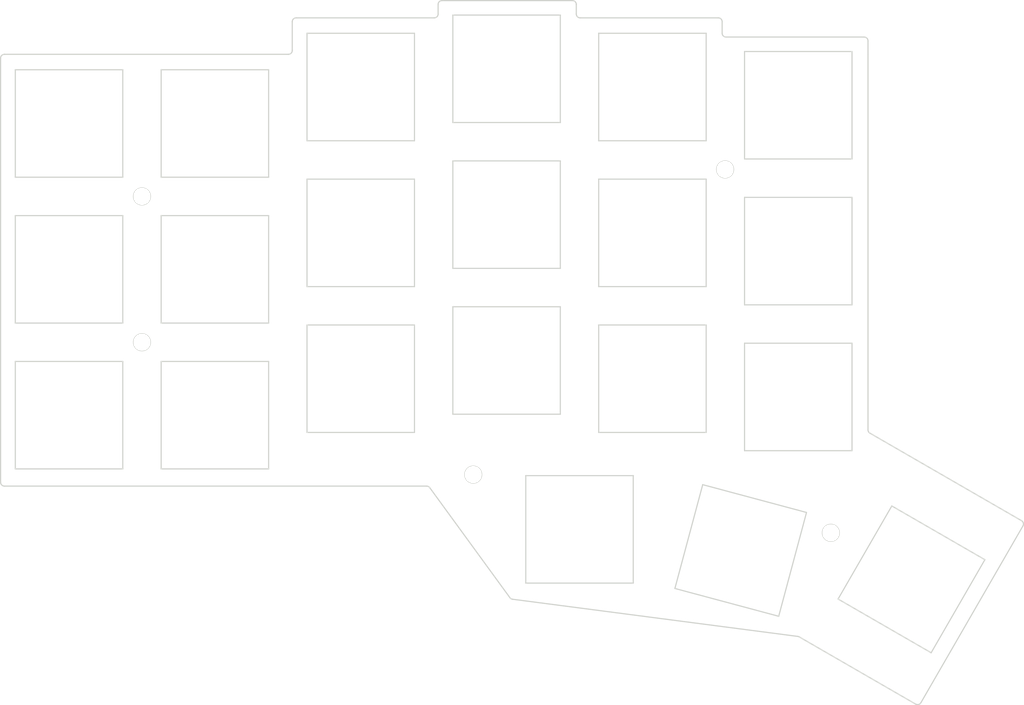
<source format=kicad_pcb>
(kicad_pcb (version 20240108) (generator "ergogen") (generator_version "4.1.0")
  (title_block (title "frontplate") (date "2024-11-14") (rev "0.2") (company "ceoloide"))
  (layers (0 "F.Cu" signal) (31 "B.Cu" signal) (34 "B.Paste" user) (35 "F.Paste" user) (36 "B.SilkS" user "B.Silkscreen") (37 "F.SilkS" user "F.Silkscreen") (38 "B.Mask" user) (39 "F.Mask" user) (44 "Edge.Cuts" user))
  (net 0 "")
  (footprint "ceoloide:mounting_hole_npth" (layer "F.Cu") (at 109.5 71.5 0)
    (property "Reference" "MH1" hide)
    (pad "" np_thru_hole circle (at 0 0 0) (size 2.2 2.2) (drill 2.2) (layers "*.Cu" "*.Mask"))
  )
  (footprint "ceoloide:mounting_hole_npth" (layer "F.Cu") (at 109.5 90.5 0)
    (property "Reference" "MH2" hide)
    (pad "" np_thru_hole circle (at 0 0 0) (size 2.2 2.2) (drill 2.2) (layers "*.Cu" "*.Mask"))
  )
  (footprint "ceoloide:mounting_hole_npth" (layer "F.Cu") (at 185.468 67.986 0)
    (property "Reference" "MH3" hide)
    (pad "" np_thru_hole circle (at 0 0 0) (size 2.2 2.2) (drill 2.2) (layers "*.Cu" "*.Mask"))
  )
  (footprint "ceoloide:mounting_hole_npth" (layer "F.Cu") (at 152.657 107.74 0)
    (property "Reference" "MH4" hide)
    (pad "" np_thru_hole circle (at 0 0 0) (size 2.2 2.2) (drill 2.2) (layers "*.Cu" "*.Mask"))
  )
  (footprint "ceoloide:mounting_hole_npth" (layer "F.Cu") (at 199.2410516 115.3236576 60)
    (property "Reference" "MH5" hide)
    (pad "" np_thru_hole circle (at 0 0 60) (size 2.2 2.2) (drill 2.2) (layers "*.Cu" "*.Mask"))
  )
  (gr_line (start 91.08198222285509 108.74001780012622) (end 91.08001777794281 53.49000464193523) (layer Edge.Cuts) (stroke (width 0.15)))
  (gr_line (start 91.58000462794281 52.98998684198348) (end 128.58001314999998 52.98901315754868) (layer Edge.Cuts) (stroke (width 0.15)))
  (gr_line (start 129.08 52.48901315754736) (end 129.08 48.74) (layer Edge.Cuts) (stroke (width 0.15)))
  (gr_line (start 129.58 48.24) (end 147.58 48.24) (layer Edge.Cuts) (stroke (width 0.15)))
  (gr_line (start 148.08 47.74) (end 148.08 46.488) (layer Edge.Cuts) (stroke (width 0.15)))
  (gr_line (start 148.58 45.988) (end 165.582 45.988) (layer Edge.Cuts) (stroke (width 0.15)))
  (gr_line (start 166.082 46.488) (end 166.082 47.74) (layer Edge.Cuts) (stroke (width 0.15)))
  (gr_line (start 166.582 48.24) (end 184.582 48.24) (layer Edge.Cuts) (stroke (width 0.15)))
  (gr_line (start 185.082 48.74) (end 185.082 50.238) (layer Edge.Cuts) (stroke (width 0.15)))
  (gr_line (start 185.582 50.738) (end 203.58222192628773 50.738) (layer Edge.Cuts) (stroke (width 0.15)))
  (gr_line (start 204.08222192628773 51.23777800000971) (end 204.083 52.98999999999069) (layer Edge.Cuts) (stroke (width 0.15)))
  (gr_line (start 204.083 52.99022199999308) (end 204.083 101.90976811661676) (layer Edge.Cuts) (stroke (width 0.15)))
  (gr_line (start 204.333 102.34278081661677) (end 224.08500381954127 113.74660553865856) (layer Edge.Cuts) (stroke (width 0.15)))
  (gr_line (start 224.26802603203956 114.42960171700884) (end 210.97353193043915 137.45836746290382) (layer Edge.Cuts) (stroke (width 0.15)))
  (gr_line (start 210.29050971794075 137.64139668455357) (end 195.12364206223265 128.884801539137) (layer Edge.Cuts) (stroke (width 0.15)))
  (gr_line (start 194.9382670622326 128.82200823913698) (end 157.77296812333506 123.97775897688982) (layer Edge.Cuts) (stroke (width 0.15)))
  (gr_line (start 157.43351034067848 123.77643070068846) (end 146.98977558129695 109.44552227620129) (layer Edge.Cuts) (stroke (width 0.15)))
  (gr_line (start 146.5856927986404 109.24) (end 91.58198222285512 109.24) (layer Edge.Cuts) (stroke (width 0.15)))
  (gr_arc (start 91.58000457794282 52.98998684156686) (mid 91.22645337794282 53.13644444156686) (end 91.08001777794281 53.490004741566864) (layer Edge.Cuts) (stroke (width 0.15)))
  (gr_arc (start 128.5800131 52.98901315754736) (mid 128.933558 52.84256195754736) (end 129.08 52.48901315754736) (layer Edge.Cuts) (stroke (width 0.15)))
  (gr_arc (start 129.58 48.24) (mid 129.2264466 48.3864466) (end 129.08 48.74) (layer Edge.Cuts) (stroke (width 0.15)))
  (gr_arc (start 147.58 48.24) (mid 147.93355340000002 48.093553400000005) (end 148.08 47.74) (layer Edge.Cuts) (stroke (width 0.15)))
  (gr_arc (start 148.58 45.988) (mid 148.2264466 46.1344466) (end 148.08 46.488) (layer Edge.Cuts) (stroke (width 0.15)))
  (gr_arc (start 166.082 46.488) (mid 165.9355534 46.1344466) (end 165.582 45.988) (layer Edge.Cuts) (stroke (width 0.15)))
  (gr_arc (start 166.082 47.74) (mid 166.22844659999998 48.093553400000005) (end 166.582 48.24) (layer Edge.Cuts) (stroke (width 0.15)))
  (gr_arc (start 185.082 48.74) (mid 184.9355534 48.3864466) (end 184.582 48.24) (layer Edge.Cuts) (stroke (width 0.15)))
  (gr_arc (start 185.082 50.238) (mid 185.22844659999998 50.5915534) (end 185.582 50.738) (layer Edge.Cuts) (stroke (width 0.15)))
  (gr_arc (start 204.08222192628773 51.237778) (mid 203.93569682628774 50.884368099999996) (end 203.58222192628773 50.738) (layer Edge.Cuts) (stroke (width 0.15)))
  (gr_arc (start 204.083 52.99022199999308) (mid 204.083 52.990110999993085) (end 204.083 52.98999999999308) (layer Edge.Cuts) (stroke (width 0.15)))
  (gr_arc (start 204.083 101.90976811661676) (mid 204.1499873 102.15976811661676) (end 204.333 102.34278081661677) (layer Edge.Cuts) (stroke (width 0.15)))
  (gr_arc (start 224.26802601954125 114.42960173865855) (mid 224.31796421954124 114.05019953865855) (end 224.08500381954124 113.74660553865854) (layer Edge.Cuts) (stroke (width 0.15)))
  (gr_arc (start 210.29050971794078 137.64139668455357) (mid 210.66992841794078 137.69134438455356) (end 210.9735319179408 137.45836748455358) (layer Edge.Cuts) (stroke (width 0.15)))
  (gr_arc (start 195.12364206223262 128.88480153913696) (mid 195.03405706223262 128.84424583913696) (end 194.93826706223263 128.82200823913698) (layer Edge.Cuts) (stroke (width 0.15)))
  (gr_arc (start 157.43351032333507 123.77643067688983) (mid 157.58253422333507 123.91200527688983) (end 157.77296812333506 123.97775897688983) (layer Edge.Cuts) (stroke (width 0.15)))
  (gr_arc (start 146.9897755986404 109.44552229999998) (mid 146.8123656986404 109.29433259999998) (end 146.5856927986404 109.23999999999998) (layer Edge.Cuts) (stroke (width 0.15)))
  (gr_arc (start 91.08198222285512 108.74001779999999) (mid 91.22843512285512 109.0935597) (end 91.58198222285512 109.24) (layer Edge.Cuts) (stroke (width 0.15)))
  (gr_line (start 93 107) (end 107 107) (layer Edge.Cuts) (stroke (width 0.15)))
  (gr_line (start 107 107) (end 107 93) (layer Edge.Cuts) (stroke (width 0.15)))
  (gr_line (start 107 93) (end 93 93) (layer Edge.Cuts) (stroke (width 0.15)))
  (gr_line (start 93 93) (end 93 107) (layer Edge.Cuts) (stroke (width 0.15)))
  (gr_line (start 93 88) (end 107 88) (layer Edge.Cuts) (stroke (width 0.15)))
  (gr_line (start 107 88) (end 107 74) (layer Edge.Cuts) (stroke (width 0.15)))
  (gr_line (start 107 74) (end 93 74) (layer Edge.Cuts) (stroke (width 0.15)))
  (gr_line (start 93 74) (end 93 88) (layer Edge.Cuts) (stroke (width 0.15)))
  (gr_line (start 93 69) (end 107 69) (layer Edge.Cuts) (stroke (width 0.15)))
  (gr_line (start 107 69) (end 107 55) (layer Edge.Cuts) (stroke (width 0.15)))
  (gr_line (start 107 55) (end 93 55) (layer Edge.Cuts) (stroke (width 0.15)))
  (gr_line (start 93 55) (end 93 69) (layer Edge.Cuts) (stroke (width 0.15)))
  (gr_line (start 112 107) (end 126 107) (layer Edge.Cuts) (stroke (width 0.15)))
  (gr_line (start 126 107) (end 126 93) (layer Edge.Cuts) (stroke (width 0.15)))
  (gr_line (start 126 93) (end 112 93) (layer Edge.Cuts) (stroke (width 0.15)))
  (gr_line (start 112 93) (end 112 107) (layer Edge.Cuts) (stroke (width 0.15)))
  (gr_line (start 112 88) (end 126 88) (layer Edge.Cuts) (stroke (width 0.15)))
  (gr_line (start 126 88) (end 126 74) (layer Edge.Cuts) (stroke (width 0.15)))
  (gr_line (start 126 74) (end 112 74) (layer Edge.Cuts) (stroke (width 0.15)))
  (gr_line (start 112 74) (end 112 88) (layer Edge.Cuts) (stroke (width 0.15)))
  (gr_line (start 112 69) (end 126 69) (layer Edge.Cuts) (stroke (width 0.15)))
  (gr_line (start 126 69) (end 126 55) (layer Edge.Cuts) (stroke (width 0.15)))
  (gr_line (start 126 55) (end 112 55) (layer Edge.Cuts) (stroke (width 0.15)))
  (gr_line (start 112 55) (end 112 69) (layer Edge.Cuts) (stroke (width 0.15)))
  (gr_line (start 131 102.25) (end 145 102.25) (layer Edge.Cuts) (stroke (width 0.15)))
  (gr_line (start 145 102.25) (end 145 88.25) (layer Edge.Cuts) (stroke (width 0.15)))
  (gr_line (start 145 88.25) (end 131 88.25) (layer Edge.Cuts) (stroke (width 0.15)))
  (gr_line (start 131 88.25) (end 131 102.25) (layer Edge.Cuts) (stroke (width 0.15)))
  (gr_line (start 131 83.25) (end 145 83.25) (layer Edge.Cuts) (stroke (width 0.15)))
  (gr_line (start 145 83.25) (end 145 69.25) (layer Edge.Cuts) (stroke (width 0.15)))
  (gr_line (start 145 69.25) (end 131 69.25) (layer Edge.Cuts) (stroke (width 0.15)))
  (gr_line (start 131 69.25) (end 131 83.25) (layer Edge.Cuts) (stroke (width 0.15)))
  (gr_line (start 131 64.25) (end 145 64.25) (layer Edge.Cuts) (stroke (width 0.15)))
  (gr_line (start 145 64.25) (end 145 50.25) (layer Edge.Cuts) (stroke (width 0.15)))
  (gr_line (start 145 50.25) (end 131 50.25) (layer Edge.Cuts) (stroke (width 0.15)))
  (gr_line (start 131 50.25) (end 131 64.25) (layer Edge.Cuts) (stroke (width 0.15)))
  (gr_line (start 150 99.875) (end 164 99.875) (layer Edge.Cuts) (stroke (width 0.15)))
  (gr_line (start 164 99.875) (end 164 85.875) (layer Edge.Cuts) (stroke (width 0.15)))
  (gr_line (start 164 85.875) (end 150 85.875) (layer Edge.Cuts) (stroke (width 0.15)))
  (gr_line (start 150 85.875) (end 150 99.875) (layer Edge.Cuts) (stroke (width 0.15)))
  (gr_line (start 150 80.875) (end 164 80.875) (layer Edge.Cuts) (stroke (width 0.15)))
  (gr_line (start 164 80.875) (end 164 66.875) (layer Edge.Cuts) (stroke (width 0.15)))
  (gr_line (start 164 66.875) (end 150 66.875) (layer Edge.Cuts) (stroke (width 0.15)))
  (gr_line (start 150 66.875) (end 150 80.875) (layer Edge.Cuts) (stroke (width 0.15)))
  (gr_line (start 150 61.875) (end 164 61.875) (layer Edge.Cuts) (stroke (width 0.15)))
  (gr_line (start 164 61.875) (end 164 47.875) (layer Edge.Cuts) (stroke (width 0.15)))
  (gr_line (start 164 47.875) (end 150 47.875) (layer Edge.Cuts) (stroke (width 0.15)))
  (gr_line (start 150 47.875) (end 150 61.875) (layer Edge.Cuts) (stroke (width 0.15)))
  (gr_line (start 169 102.25) (end 183 102.25) (layer Edge.Cuts) (stroke (width 0.15)))
  (gr_line (start 183 102.25) (end 183 88.25) (layer Edge.Cuts) (stroke (width 0.15)))
  (gr_line (start 183 88.25) (end 169 88.25) (layer Edge.Cuts) (stroke (width 0.15)))
  (gr_line (start 169 88.25) (end 169 102.25) (layer Edge.Cuts) (stroke (width 0.15)))
  (gr_line (start 169 83.25) (end 183 83.25) (layer Edge.Cuts) (stroke (width 0.15)))
  (gr_line (start 183 83.25) (end 183 69.25) (layer Edge.Cuts) (stroke (width 0.15)))
  (gr_line (start 183 69.25) (end 169 69.25) (layer Edge.Cuts) (stroke (width 0.15)))
  (gr_line (start 169 69.25) (end 169 83.25) (layer Edge.Cuts) (stroke (width 0.15)))
  (gr_line (start 169 64.25) (end 183 64.25) (layer Edge.Cuts) (stroke (width 0.15)))
  (gr_line (start 183 64.25) (end 183 50.25) (layer Edge.Cuts) (stroke (width 0.15)))
  (gr_line (start 183 50.25) (end 169 50.25) (layer Edge.Cuts) (stroke (width 0.15)))
  (gr_line (start 169 50.25) (end 169 64.25) (layer Edge.Cuts) (stroke (width 0.15)))
  (gr_line (start 188 104.625) (end 202 104.625) (layer Edge.Cuts) (stroke (width 0.15)))
  (gr_line (start 202 104.625) (end 202 90.625) (layer Edge.Cuts) (stroke (width 0.15)))
  (gr_line (start 202 90.625) (end 188 90.625) (layer Edge.Cuts) (stroke (width 0.15)))
  (gr_line (start 188 90.625) (end 188 104.625) (layer Edge.Cuts) (stroke (width 0.15)))
  (gr_line (start 188 85.625) (end 202 85.625) (layer Edge.Cuts) (stroke (width 0.15)))
  (gr_line (start 202 85.625) (end 202 71.625) (layer Edge.Cuts) (stroke (width 0.15)))
  (gr_line (start 202 71.625) (end 188 71.625) (layer Edge.Cuts) (stroke (width 0.15)))
  (gr_line (start 188 71.625) (end 188 85.625) (layer Edge.Cuts) (stroke (width 0.15)))
  (gr_line (start 188 66.625) (end 202 66.625) (layer Edge.Cuts) (stroke (width 0.15)))
  (gr_line (start 202 66.625) (end 202 52.625) (layer Edge.Cuts) (stroke (width 0.15)))
  (gr_line (start 202 52.625) (end 188 52.625) (layer Edge.Cuts) (stroke (width 0.15)))
  (gr_line (start 188 52.625) (end 188 66.625) (layer Edge.Cuts) (stroke (width 0.15)))
  (gr_line (start 159.5 121.875) (end 173.5 121.875) (layer Edge.Cuts) (stroke (width 0.15)))
  (gr_line (start 173.5 121.875) (end 173.5 107.875) (layer Edge.Cuts) (stroke (width 0.15)))
  (gr_line (start 173.5 107.875) (end 159.5 107.875) (layer Edge.Cuts) (stroke (width 0.15)))
  (gr_line (start 159.5 107.875) (end 159.5 121.875) (layer Edge.Cuts) (stroke (width 0.15)))
  (gr_line (start 178.9267859 122.5747475) (end 192.4497475 126.1982141) (layer Edge.Cuts) (stroke (width 0.15)))
  (gr_line (start 192.4497475 126.1982141) (end 196.0732141 112.6752525) (layer Edge.Cuts) (stroke (width 0.15)))
  (gr_line (start 196.0732141 112.6752525) (end 182.5502525 109.0517859) (layer Edge.Cuts) (stroke (width 0.15)))
  (gr_line (start 182.5502525 109.0517859) (end 178.9267859 122.5747475) (layer Edge.Cuts) (stroke (width 0.15)))
  (gr_line (start 212.3089836 130.9513354) (end 219.3089836 118.8269798) (layer Edge.Cuts) (stroke (width 0.15)))
  (gr_line (start 219.3089836 118.8269798) (end 207.184628 111.8269798) (layer Edge.Cuts) (stroke (width 0.15)))
  (gr_line (start 207.184628 111.8269798) (end 200.184628 123.9513354) (layer Edge.Cuts) (stroke (width 0.15)))
  (gr_line (start 200.184628 123.9513354) (end 212.3089836 130.9513354) (layer Edge.Cuts) (stroke (width 0.15)))
  (gr_circle (center 109.5 71.5) (end 110.6 71.5) (layer Edge.Cuts) (stroke (width 0.15)) (fill none))
  (gr_circle (center 109.5 90.5) (end 110.6 90.5) (layer Edge.Cuts) (stroke (width 0.15)) (fill none))
  (gr_circle (center 185.468 67.986) (end 186.56799999999998 67.986) (layer Edge.Cuts) (stroke (width 0.15)) (fill none))
  (gr_circle (center 152.657 107.74) (end 153.757 107.74) (layer Edge.Cuts) (stroke (width 0.15)) (fill none))
  (gr_circle (center 199.2410516 115.3236576) (end 200.3410516 115.3236576) (layer Edge.Cuts) (stroke (width 0.15)) (fill none))
)
</source>
